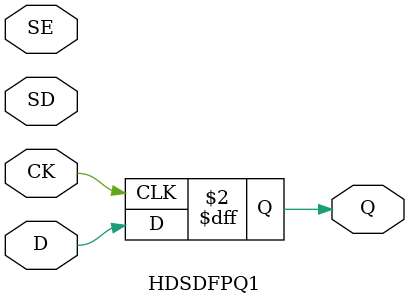
<source format=v>
`timescale 1ns / 1ps

/*
* -----------------------------------------------------------------
* COMPANY : Ruhr University Bochum
* AUTHOR  : Amir Moradi (amir.moradi@rub.de) Aein Rezaei Shahmirzadi (aein.rezaeishahmirzadi@rub.de)
* DOCUMENT: https://doi.org/10.46586/tches.v2021.i1.305-342
* -----------------------------------------------------------------
*
* Copyright (c) 2020, Amir Moradi, Aein Rezaei Shahmirzadi
*
* All rights reserved.
*
* THIS SOFTWARE IS PROVIDED BY THE COPYRIGHT HOLDERS AND CONTRIBUTORS "AS IS" AND
* ANY EXPRESS OR IMPLIED WARRANTIES, INCLUDING, BUT NOT LIMITED TO, THE IMPLIED
* WARRANTIES OF MERCHANTABILITY AND FITNESS FOR A PARTICULAR PURPOSE ARE
* DISCLAIMED. IN NO EVENT SHALL THE COPYRIGHT HOLDER OR CONTRIBUTERS BE LIABLE FOR ANY
* DIRECT, INDIRECT, INCIDENTAL, SPECIAL, EXEMPLARY, OR CONSEQUENTIAL DAMAGES
* (INCLUDING, BUT NOT LIMITED TO, PROCUREMENT OF SUBSTITUTE GOODS OR SERVICES;
* LOSS OF USE, DATA, OR PROFITS; OR BUSINESS INTERRUPTION) HOWEVER CAUSED AND
* ON ANY THEORY OF LIABILITY, WHETHER IN CONTRACT, STRICT LIABILITY, OR TORT
* (INCLUDING NEGLIGENCE OR OTHERWISE) ARISING IN ANY WAY OUT OF THE USE OF THIS
* SOFTWARE, EVEN IF ADVISED OF THE POSSIBILITY OF SUCH DAMAGE.
*
* Please see LICENSE and README for license and further instructions.
*/

module HDSDFPQ1 (D, SD, SE, CK, Q);
	input  D, SD, SE, CK;
	output Q;
	reg Q;
	
	always @ ( posedge CK)
		// if (SE) begin
			// Q <= SD;
		// end else begin
			Q <= D;
		// end

endmodule 


</source>
